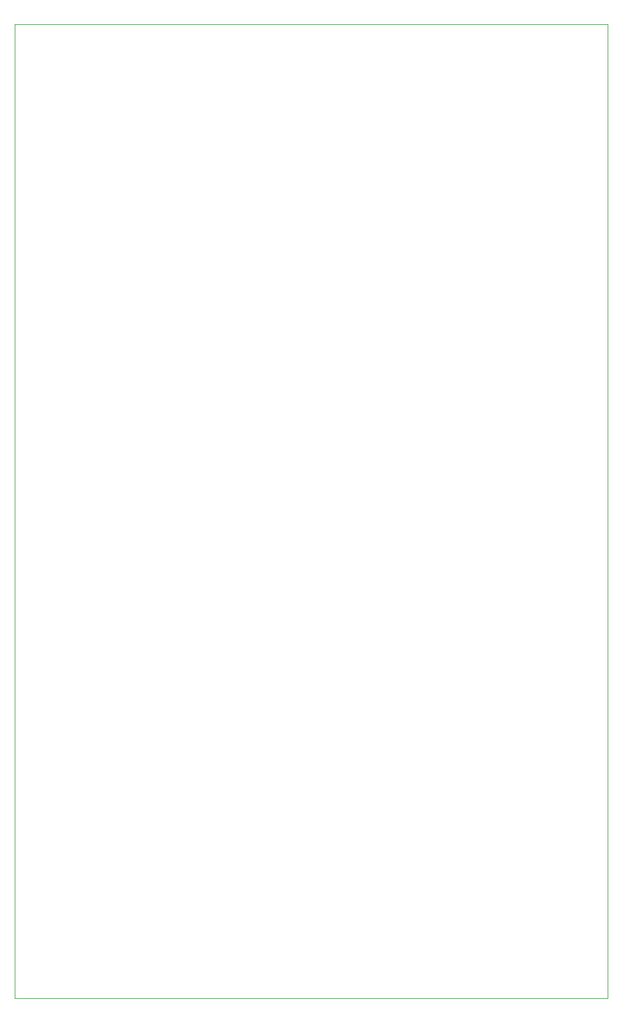
<source format=gbr>
G04 #@! TF.GenerationSoftware,KiCad,Pcbnew,(5.1.2)-2*
G04 #@! TF.CreationDate,2020-05-16T03:45:46+07:00*
G04 #@! TF.ProjectId,STM_SHIELD_V1,53544d5f-5348-4494-954c-445f56312e6b,rev?*
G04 #@! TF.SameCoordinates,Original*
G04 #@! TF.FileFunction,Profile,NP*
%FSLAX46Y46*%
G04 Gerber Fmt 4.6, Leading zero omitted, Abs format (unit mm)*
G04 Created by KiCad (PCBNEW (5.1.2)-2) date 2020-05-16 03:45:46*
%MOMM*%
%LPD*%
G04 APERTURE LIST*
%ADD10C,0.050000*%
G04 APERTURE END LIST*
D10*
X42418000Y-152400000D02*
X43688000Y-152400000D01*
X42418000Y-12700000D02*
X42418000Y-152400000D01*
X42926000Y-12700000D02*
X42418000Y-12700000D01*
X43688000Y-12700000D02*
X42926000Y-12700000D01*
X43942000Y-12700000D02*
X43688000Y-12700000D01*
X44196000Y-12700000D02*
X43942000Y-12700000D01*
X46482000Y-12700000D02*
X44196000Y-12700000D01*
X127508000Y-12700000D02*
X46482000Y-12700000D01*
X127508000Y-152400000D02*
X127508000Y-12700000D01*
X43688000Y-152400000D02*
X127508000Y-152400000D01*
M02*

</source>
